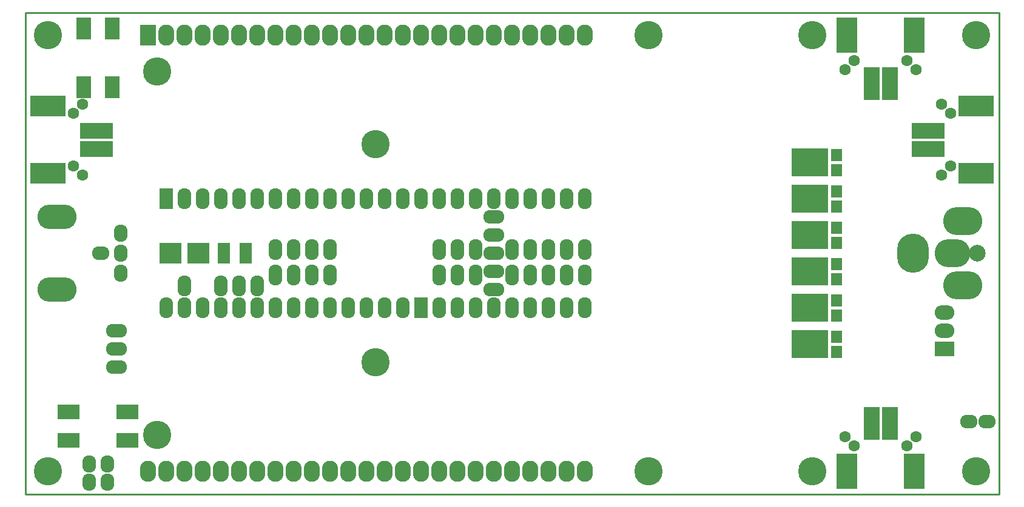
<source format=gts>
G04 #@! TF.GenerationSoftware,KiCad,Pcbnew,no-vcs-found-ef6910f~59~ubuntu16.04.1*
G04 #@! TF.CreationDate,2017-08-09T11:12:35-04:00*
G04 #@! TF.ProjectId,modular_device_base_5x3,6D6F64756C61725F6465766963655F62,1.2*
G04 #@! TF.SameCoordinates,Original*
G04 #@! TF.FileFunction,Soldermask,Top*
G04 #@! TF.FilePolarity,Negative*
%FSLAX46Y46*%
G04 Gerber Fmt 4.6, Leading zero omitted, Abs format (unit mm)*
G04 Created by KiCad (PCBNEW no-vcs-found-ef6910f~59~ubuntu16.04.1) date Wed Aug  9 11:12:35 2017*
%MOMM*%
%LPD*%
G01*
G04 APERTURE LIST*
%ADD10C,0.228600*%
%ADD11O,2.254200X2.940000*%
%ADD12C,3.956000*%
%ADD13R,2.254200X2.940000*%
%ADD14O,2.940000X1.924000*%
%ADD15R,3.067000X1.990040*%
%ADD16R,5.160000X4.000000*%
%ADD17R,1.640000X1.800000*%
%ADD18R,1.670000X2.940000*%
%ADD19R,3.110000X2.900000*%
%ADD20O,5.480000X3.448000*%
%ADD21O,2.432000X1.924000*%
%ADD22O,1.924000X2.432000*%
%ADD23R,2.997200X5.029200*%
%ADD24C,1.600200*%
%ADD25R,2.178000X4.591000*%
%ADD26O,1.924000X2.940000*%
%ADD27R,1.924000X2.940000*%
%ADD28R,4.591000X2.178000*%
%ADD29R,5.029200X2.997200*%
%ADD30C,2.330400*%
%ADD31O,4.972000X3.956000*%
%ADD32O,4.464000X5.480000*%
%ADD33O,5.480000X3.956000*%
%ADD34R,1.990040X3.067000*%
%ADD35O,2.743200X2.057400*%
%ADD36R,2.743200X2.057400*%
G04 APERTURE END LIST*
D10*
X194945000Y-66040000D02*
X59055000Y-66040000D01*
X194945000Y-133350000D02*
X194945000Y-66040000D01*
X59055000Y-133350000D02*
X194945000Y-133350000D01*
X59055000Y-66040000D02*
X59055000Y-133350000D01*
D11*
X137160000Y-69215000D03*
X134620000Y-69215000D03*
X132080000Y-69215000D03*
X129540000Y-69215000D03*
X127000000Y-69215000D03*
X124460000Y-69215000D03*
X121920000Y-69215000D03*
X119380000Y-69215000D03*
X116840000Y-69215000D03*
X137160000Y-130175000D03*
X134620000Y-130175000D03*
X132080000Y-130175000D03*
X129540000Y-130175000D03*
X127000000Y-130175000D03*
X124460000Y-130175000D03*
X121920000Y-130175000D03*
X119380000Y-130175000D03*
X116840000Y-130175000D03*
D12*
X168910000Y-69215000D03*
X168910000Y-130175000D03*
X77470000Y-125095000D03*
X77470000Y-74295000D03*
D11*
X76200000Y-130175000D03*
X78740000Y-130175000D03*
X81280000Y-130175000D03*
X83820000Y-130175000D03*
X86360000Y-130175000D03*
X88900000Y-130175000D03*
X91440000Y-130175000D03*
X93980000Y-130175000D03*
X96520000Y-130175000D03*
X99060000Y-130175000D03*
X101600000Y-130175000D03*
X104140000Y-130175000D03*
X106680000Y-130175000D03*
X109220000Y-130175000D03*
X111760000Y-130175000D03*
X114300000Y-130175000D03*
X114300000Y-69215000D03*
X111760000Y-69215000D03*
X109220000Y-69215000D03*
X106680000Y-69215000D03*
X104140000Y-69215000D03*
X101600000Y-69215000D03*
X99060000Y-69215000D03*
X96520000Y-69215000D03*
X93980000Y-69215000D03*
X91440000Y-69215000D03*
X88900000Y-69215000D03*
X86360000Y-69215000D03*
X83820000Y-69215000D03*
D13*
X76200000Y-69215000D03*
D11*
X81280000Y-69215000D03*
X78740000Y-69215000D03*
D14*
X71755000Y-113030000D03*
X71755000Y-110490000D03*
X71755000Y-115570000D03*
D15*
X73342500Y-121826020D03*
X65087500Y-121826020D03*
X73342500Y-125823980D03*
X65087500Y-125823980D03*
D16*
X168525000Y-86995000D03*
D17*
X172325000Y-85930000D03*
X172325000Y-88060000D03*
D16*
X168525000Y-102235000D03*
D17*
X172325000Y-101170000D03*
X172325000Y-103300000D03*
D18*
X86741000Y-99695000D03*
X89789000Y-99695000D03*
D19*
X83220000Y-99695000D03*
X79340000Y-99695000D03*
D12*
X62230000Y-69215000D03*
X62230000Y-130175000D03*
X191770000Y-69215000D03*
D20*
X63500000Y-104775000D03*
X63500000Y-94615000D03*
D21*
X69596000Y-99695000D03*
D22*
X72390000Y-99695000D03*
X72390000Y-96901000D03*
X72390000Y-102489000D03*
D23*
X183159400Y-69215000D03*
X173710600Y-69215000D03*
D24*
X182118000Y-72771000D03*
X174752000Y-72771000D03*
D25*
X179705000Y-75946000D03*
X177165000Y-75946000D03*
D24*
X173482000Y-125349000D03*
X183388000Y-125349000D03*
X186944000Y-88773000D03*
X186944000Y-78867000D03*
D26*
X116840000Y-107315000D03*
X119380000Y-107315000D03*
X121920000Y-107315000D03*
X124460000Y-107315000D03*
X127000000Y-107315000D03*
X129540000Y-107315000D03*
X132080000Y-107315000D03*
X134620000Y-107315000D03*
X137160000Y-107315000D03*
X137160000Y-92075000D03*
X134620000Y-92075000D03*
X132080000Y-92075000D03*
X129540000Y-92075000D03*
X127000000Y-92075000D03*
X124460000Y-92075000D03*
X121920000Y-92075000D03*
X119380000Y-92075000D03*
D27*
X78740000Y-92075000D03*
D26*
X81280000Y-92075000D03*
X83820000Y-92075000D03*
X86360000Y-92075000D03*
X88900000Y-92075000D03*
X91440000Y-92075000D03*
X93980000Y-92075000D03*
X96520000Y-92075000D03*
X99060000Y-92075000D03*
X101600000Y-92075000D03*
X104140000Y-92075000D03*
X106680000Y-92075000D03*
X109220000Y-92075000D03*
X111760000Y-92075000D03*
X111760000Y-107315000D03*
X109220000Y-107315000D03*
X106680000Y-107315000D03*
X104140000Y-107315000D03*
X101600000Y-107315000D03*
X99060000Y-107315000D03*
X96520000Y-107315000D03*
X93980000Y-107315000D03*
X91440000Y-107315000D03*
X88900000Y-107315000D03*
X86360000Y-107315000D03*
X83820000Y-107315000D03*
X81280000Y-107315000D03*
X78740000Y-107315000D03*
D14*
X124460000Y-104775000D03*
X124460000Y-102235000D03*
X124460000Y-99695000D03*
X124460000Y-97155000D03*
X124460000Y-94615000D03*
D26*
X81280000Y-104267000D03*
X86360000Y-104267000D03*
X88900000Y-104267000D03*
X91440000Y-104267000D03*
X93980000Y-102743000D03*
X93980000Y-99187000D03*
X96520000Y-102743000D03*
X96520000Y-99187000D03*
X99060000Y-99187000D03*
X101600000Y-99187000D03*
X99060000Y-102743000D03*
X101600000Y-102743000D03*
D27*
X114300000Y-107315000D03*
D26*
X114300000Y-92075000D03*
X116840000Y-92075000D03*
X121920000Y-102743000D03*
X119380000Y-102743000D03*
X116840000Y-102743000D03*
X121920000Y-99187000D03*
X119380000Y-99187000D03*
X116840000Y-99187000D03*
X127000000Y-102743000D03*
X129540000Y-102743000D03*
X132080000Y-102743000D03*
X134620000Y-102743000D03*
X137160000Y-102743000D03*
X127000000Y-99187000D03*
X129540000Y-99187000D03*
X132080000Y-99187000D03*
X134620000Y-99187000D03*
X137160000Y-99187000D03*
D24*
X67056000Y-78867000D03*
X67056000Y-88773000D03*
D28*
X68961000Y-85090000D03*
X68961000Y-82550000D03*
D24*
X65786000Y-87503000D03*
X65786000Y-80137000D03*
D29*
X62230000Y-88544400D03*
X62230000Y-79095600D03*
D24*
X183388000Y-74041000D03*
X173482000Y-74041000D03*
D25*
X179705000Y-123444000D03*
X177165000Y-123444000D03*
D24*
X182118000Y-126619000D03*
X174752000Y-126619000D03*
D23*
X183159400Y-130175000D03*
X173710600Y-130175000D03*
D28*
X185039000Y-82550000D03*
X185039000Y-85090000D03*
D24*
X188214000Y-80137000D03*
X188214000Y-87503000D03*
D29*
X191770000Y-79095600D03*
X191770000Y-88544400D03*
D30*
X191947800Y-99695000D03*
D31*
X188442600Y-99695000D03*
D32*
X182956200Y-99695000D03*
D33*
X189941200Y-104190800D03*
X189941200Y-95199200D03*
D12*
X191770000Y-130175000D03*
D16*
X168525000Y-92075000D03*
D17*
X172325000Y-91010000D03*
X172325000Y-93140000D03*
D16*
X168525000Y-107315000D03*
D17*
X172325000Y-106250000D03*
X172325000Y-108380000D03*
D16*
X168525000Y-97155000D03*
D17*
X172325000Y-96090000D03*
X172325000Y-98220000D03*
D16*
X168525000Y-112395000D03*
D17*
X172325000Y-111330000D03*
X172325000Y-113460000D03*
D21*
X193294000Y-123190000D03*
X190754000Y-123190000D03*
D22*
X67945000Y-129159000D03*
X67945000Y-131699000D03*
X70485000Y-131699000D03*
X70485000Y-129159000D03*
D12*
X107950000Y-84455000D03*
X107950000Y-114935000D03*
D34*
X71213980Y-76517500D03*
X71213980Y-68262500D03*
X67216020Y-76517500D03*
X67216020Y-68262500D03*
D35*
X187325000Y-110490000D03*
X187325000Y-107950000D03*
D36*
X187325000Y-113030000D03*
D12*
X146050000Y-69215000D03*
X146050000Y-130175000D03*
M02*

</source>
